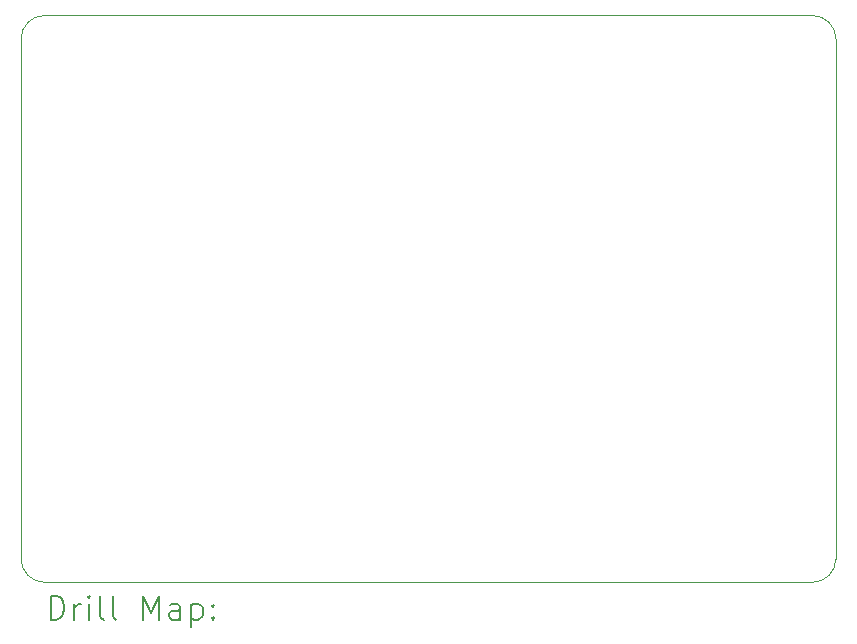
<source format=gbr>
%TF.GenerationSoftware,KiCad,Pcbnew,(6.0.8)*%
%TF.CreationDate,2022-11-25T09:52:49-06:00*%
%TF.ProjectId,photo_switching,70686f74-6f5f-4737-9769-746368696e67,rev?*%
%TF.SameCoordinates,Original*%
%TF.FileFunction,Drillmap*%
%TF.FilePolarity,Positive*%
%FSLAX45Y45*%
G04 Gerber Fmt 4.5, Leading zero omitted, Abs format (unit mm)*
G04 Created by KiCad (PCBNEW (6.0.8)) date 2022-11-25 09:52:49*
%MOMM*%
%LPD*%
G01*
G04 APERTURE LIST*
%ADD10C,0.100000*%
%ADD11C,0.200000*%
G04 APERTURE END LIST*
D10*
X15382800Y-6423200D02*
G75*
G03*
X15182800Y-6223200I-200000J0D01*
G01*
X15182800Y-6223200D02*
X8682800Y-6223200D01*
X15382800Y-10823200D02*
X15382800Y-6423200D01*
X8482800Y-10823200D02*
G75*
G03*
X8682800Y-11023200I200000J0D01*
G01*
X8682800Y-11023200D02*
X15182800Y-11023200D01*
X8482800Y-6423200D02*
X8482800Y-10823200D01*
X15182800Y-11023200D02*
G75*
G03*
X15382800Y-10823200I0J200000D01*
G01*
X8682800Y-6223200D02*
G75*
G03*
X8482800Y-6423200I0J-200000D01*
G01*
D11*
X8735419Y-11338676D02*
X8735419Y-11138676D01*
X8783038Y-11138676D01*
X8811610Y-11148200D01*
X8830657Y-11167248D01*
X8840181Y-11186295D01*
X8849705Y-11224390D01*
X8849705Y-11252962D01*
X8840181Y-11291057D01*
X8830657Y-11310105D01*
X8811610Y-11329152D01*
X8783038Y-11338676D01*
X8735419Y-11338676D01*
X8935419Y-11338676D02*
X8935419Y-11205343D01*
X8935419Y-11243438D02*
X8944943Y-11224390D01*
X8954467Y-11214867D01*
X8973514Y-11205343D01*
X8992562Y-11205343D01*
X9059229Y-11338676D02*
X9059229Y-11205343D01*
X9059229Y-11138676D02*
X9049705Y-11148200D01*
X9059229Y-11157724D01*
X9068752Y-11148200D01*
X9059229Y-11138676D01*
X9059229Y-11157724D01*
X9183038Y-11338676D02*
X9163990Y-11329152D01*
X9154467Y-11310105D01*
X9154467Y-11138676D01*
X9287800Y-11338676D02*
X9268752Y-11329152D01*
X9259229Y-11310105D01*
X9259229Y-11138676D01*
X9516371Y-11338676D02*
X9516371Y-11138676D01*
X9583038Y-11281533D01*
X9649705Y-11138676D01*
X9649705Y-11338676D01*
X9830657Y-11338676D02*
X9830657Y-11233914D01*
X9821133Y-11214867D01*
X9802086Y-11205343D01*
X9763990Y-11205343D01*
X9744943Y-11214867D01*
X9830657Y-11329152D02*
X9811610Y-11338676D01*
X9763990Y-11338676D01*
X9744943Y-11329152D01*
X9735419Y-11310105D01*
X9735419Y-11291057D01*
X9744943Y-11272009D01*
X9763990Y-11262486D01*
X9811610Y-11262486D01*
X9830657Y-11252962D01*
X9925895Y-11205343D02*
X9925895Y-11405343D01*
X9925895Y-11214867D02*
X9944943Y-11205343D01*
X9983038Y-11205343D01*
X10002086Y-11214867D01*
X10011610Y-11224390D01*
X10021133Y-11243438D01*
X10021133Y-11300581D01*
X10011610Y-11319628D01*
X10002086Y-11329152D01*
X9983038Y-11338676D01*
X9944943Y-11338676D01*
X9925895Y-11329152D01*
X10106848Y-11319628D02*
X10116371Y-11329152D01*
X10106848Y-11338676D01*
X10097324Y-11329152D01*
X10106848Y-11319628D01*
X10106848Y-11338676D01*
X10106848Y-11214867D02*
X10116371Y-11224390D01*
X10106848Y-11233914D01*
X10097324Y-11224390D01*
X10106848Y-11214867D01*
X10106848Y-11233914D01*
M02*

</source>
